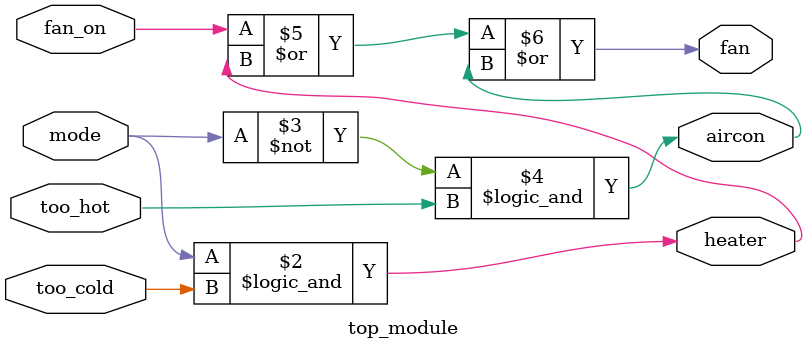
<source format=v>
module top_module (
    input too_cold,
    input too_hot,
    input mode,
    input fan_on,
    output heater,
    output aircon,
    output fan
); 
    assign heater = (mode == 1'b1) && too_cold;
    assign aircon = (mode == 1'b0) && too_hot;
    assign fan = fan_on | heater | aircon;
    
endmodule
</source>
